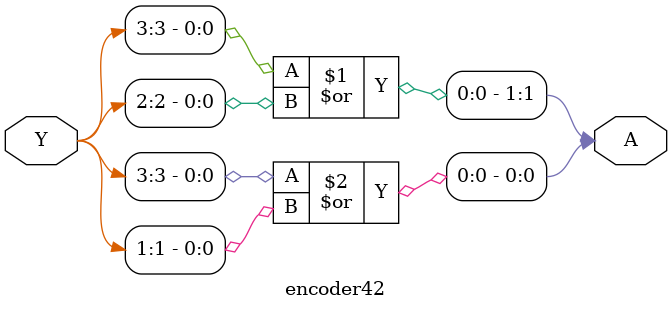
<source format=v>
module encoder42(A,Y);
input[3:0]Y;
output[1:0]A;

or G0(A[1],Y[3],Y[2]);
or G1(A[0],Y[3],Y[1]);

endmodule
</source>
